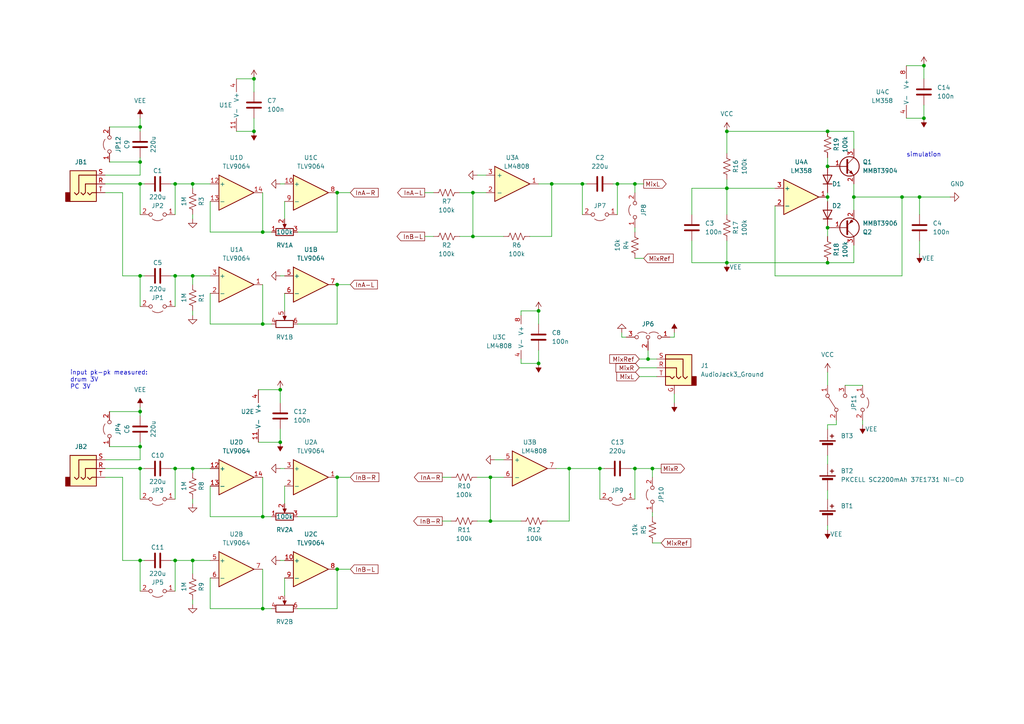
<source format=kicad_sch>
(kicad_sch (version 20230121) (generator eeschema)
  (paper "A4")
  (lib_symbols
    (symbol "Amplifier_Audio:LM4808"
      (property "Reference" "U3" (at 1.27 7.62 0))
      (property "Value" "~" (at 0 10.16 0))
      (symbol "LM4808_1_1"
        (pin output line (at 8.89 0 180) (length 2.54) (name "") (number "1"))
        (pin input line (at -6.35 -2.54 0) (length 2.54) (name "-") (number "2"))
        (pin input line (at -6.35 2.54 0) (length 2.54) (name "+") (number "3"))
      )
      (symbol "LM4808_2_1"
        (pin input line (at -6.35 2.54 0) (length 2.54) (name "+") (number "5"))
        (pin input line (at -6.35 -2.54 0) (length 2.54) (name "-") (number "6"))
        (pin output line (at 8.89 0 180) (length 2.54) (name "") (number "7"))
      )
      (symbol "LM4808_3_1"
        (pin power_in line (at 0 -6.35 90) (length 2.54) (name "V-") (number "4"))
        (pin power_in line (at 0 6.35 270) (length 2.54) (name "V+") (number "8"))
      )
    )
    (symbol "Amplifier_Operational:LM358" (pin_names (offset 0.127))
      (property "Reference" "U" (at 0 5.08 0))
      (property "Value" "LM358" (at 0 -5.08 0))
      (symbol "LM358_1_1"
        (pin output line (at 7.62 0 180) (length 2.54) (name "~") (number "1"))
        (pin input line (at -7.62 -2.54 0) (length 2.54) (name "-") (number "2"))
        (pin input line (at -7.62 2.54 0) (length 2.54) (name "+") (number "3"))
      )
      (symbol "LM358_2_1"
        (pin input line (at -7.62 2.54 0) (length 2.54) (name "+") (number "5"))
        (pin input line (at -7.62 -2.54 0) (length 2.54) (name "-") (number "6"))
        (pin output line (at 7.62 0 180) (length 2.54) (name "~") (number "7"))
      )
      (symbol "LM358_3_1"
        (pin power_in line (at -2.54 -7.62 90) (length 3.81) (name "V-") (number "4"))
        (pin power_in line (at -2.54 7.62 270) (length 3.81) (name "V+") (number "8"))
      )
    )
    (symbol "Amplifier_Operational:TLV9064" (pin_names (offset 0.127))
      (property "Reference" "U" (at 0 5.08 0))
      (property "Value" "TLV9064" (at 0 -5.08 0))
      (symbol "TLV9064_1_1"
        (pin output line (at 7.62 0 180) (length 2.54) (name "~") (number "1"))
        (pin input line (at -7.62 -2.54 0) (length 2.54) (name "-") (number "2"))
        (pin input line (at -7.62 2.54 0) (length 2.54) (name "+") (number "3"))
      )
      (symbol "TLV9064_2_1"
        (pin input line (at -7.62 2.54 0) (length 2.54) (name "+") (number "5"))
        (pin input line (at -7.62 -2.54 0) (length 2.54) (name "-") (number "6"))
        (pin output line (at 7.62 0 180) (length 2.54) (name "~") (number "7"))
      )
      (symbol "TLV9064_3_1"
        (pin input line (at -7.62 2.54 0) (length 2.54) (name "+") (number "10"))
        (pin output line (at 7.62 0 180) (length 2.54) (name "~") (number "8"))
        (pin input line (at -7.62 -2.54 0) (length 2.54) (name "-") (number "9"))
      )
      (symbol "TLV9064_4_1"
        (pin input line (at -7.62 2.54 0) (length 2.54) (name "+") (number "12"))
        (pin input line (at -7.62 -2.54 0) (length 2.54) (name "-") (number "13"))
        (pin output line (at 7.62 0 180) (length 2.54) (name "~") (number "14"))
      )
      (symbol "TLV9064_5_1"
        (pin power_in line (at -2.54 -7.62 90) (length 3.81) (name "V-") (number "11"))
        (pin power_in line (at -2.54 7.62 270) (length 3.81) (name "V+") (number "4"))
      )
    )
    (symbol "Connector:AudioJack3"
      (property "Reference" "J" (at 0 8.89 0))
      (property "Value" "AudioJack3" (at 0 6.35 0))
      (symbol "AudioJack3_1_1"
        (pin passive line (at 5.08 0 180) (length 2.54) (name "~") (number "R"))
        (pin passive line (at 5.08 2.54 180) (length 2.54) (name "~") (number "S"))
        (pin passive line (at 5.08 -2.54 180) (length 2.54) (name "~") (number "T"))
      )
    )
    (symbol "Connector_Audio:AudioJack3_Ground"
      (property "Reference" "J" (at 0 8.89 0))
      (property "Value" "AudioJack3_Ground" (at 0 6.35 0))
      (symbol "AudioJack3_Ground_1_1"
        (pin passive line (at 0 -7.62 90) (length 2.54) (name "~") (number "G"))
        (pin passive line (at 5.08 0 180) (length 2.54) (name "~") (number "R"))
        (pin passive line (at 5.08 2.54 180) (length 2.54) (name "~") (number "S"))
        (pin passive line (at 5.08 -2.54 180) (length 2.54) (name "~") (number "T"))
      )
    )
    (symbol "Device:Battery_Cell" (pin_numbers hide) (pin_names (offset 0) hide)
      (property "Reference" "BT" (at 2.54 2.54 0))
      (property "Value" "Battery_Cell" (at 2.54 0 0))
      (symbol "Battery_Cell_1_1"
        (pin passive line (at 0 5.08 270) (length 2.54) (name "+") (number "1"))
        (pin passive line (at 0 -2.54 90) (length 2.54) (name "-") (number "2"))
      )
    )
    (symbol "Device:C" (pin_numbers hide) (pin_names (offset 0.254))
      (property "Reference" "C" (at 0.635 2.54 0))
      (property "Value" "C" (at 0.635 -2.54 0))
      (symbol "C_1_1"
        (pin passive line (at 0 3.81 270) (length 2.794) (name "~") (number "1"))
        (pin passive line (at 0 -3.81 90) (length 2.794) (name "~") (number "2"))
      )
    )
    (symbol "Device:R_Potentiometer_Dual_Separate" (pin_names (offset 1.016) hide)
      (property "Reference" "RV" (at -4.445 0 90))
      (property "Value" "R_Potentiometer_Dual_Separate" (at -2.54 0 90))
      (symbol "R_Potentiometer_Dual_Separate_1_1"
        (pin passive line (at 0 3.81 270) (length 1.27) (name "1") (number "1"))
        (pin passive line (at 3.81 0 180) (length 1.27) (name "2") (number "2"))
        (pin passive line (at 0 -3.81 90) (length 1.27) (name "3") (number "3"))
      )
      (symbol "R_Potentiometer_Dual_Separate_2_1"
        (pin passive line (at 0 3.81 270) (length 1.27) (name "4") (number "4"))
        (pin passive line (at 3.81 0 180) (length 1.27) (name "5") (number "5"))
        (pin passive line (at 0 -3.81 90) (length 1.27) (name "6") (number "6"))
      )
    )
    (symbol "Device:R_US" (pin_numbers hide) (pin_names (offset 0))
      (property "Reference" "R" (at 2.54 0 90))
      (property "Value" "R_US" (at -2.54 0 90))
      (symbol "R_US_1_1"
        (pin passive line (at 0 3.81 270) (length 1.27) (name "~") (number "1"))
        (pin passive line (at 0 -3.81 90) (length 1.27) (name "~") (number "2"))
      )
    )
    (symbol "Diode:1N4148" (pin_numbers hide) (pin_names hide)
      (property "Reference" "D" (at 0 2.54 0))
      (property "Value" "1N4148" (at 0 -2.54 0))
      (symbol "1N4148_1_1"
        (pin passive line (at -3.81 0 0) (length 2.54) (name "K") (number "1"))
        (pin passive line (at 3.81 0 180) (length 2.54) (name "A") (number "2"))
      )
    )
    (symbol "Jumper:Jumper_2_Open" (pin_names (offset 0) hide)
      (property "Reference" "JP" (at 0 2.794 0))
      (property "Value" "Jumper_2_Open" (at 0 -2.286 0))
      (symbol "Jumper_2_Open_1_1"
        (pin passive line (at -5.08 0 0) (length 2.54) (name "A") (number "1"))
        (pin passive line (at 5.08 0 180) (length 2.54) (name "B") (number "2"))
      )
    )
    (symbol "Jumper:Jumper_3_Open" (pin_names (offset 0) hide)
      (property "Reference" "JP" (at -2.54 -2.54 0))
      (property "Value" "Jumper_3_Open" (at 0 2.794 0))
      (symbol "Jumper_3_Open_1_1"
        (pin passive line (at -6.35 0 0) (length 2.54) (name "A") (number "1"))
        (pin passive line (at 0 -3.81 90) (length 2.54) (name "C") (number "2"))
        (pin passive line (at 6.35 0 180) (length 2.54) (name "B") (number "3"))
      )
    )
    (symbol "LM4808_1"
      (property "Reference" "U3" (at 1.27 7.62 0))
      (property "Value" "~" (at 0 10.16 0))
      (symbol "LM4808_1_1_1"
        (pin output line (at 8.89 0 180) (length 2.54) (name "") (number "1"))
        (pin input line (at -6.35 -2.54 0) (length 2.54) (name "-") (number "2"))
        (pin input line (at -6.35 2.54 0) (length 2.54) (name "+") (number "3"))
      )
      (symbol "LM4808_1_2_1"
        (pin input line (at -6.35 2.54 0) (length 2.54) (name "+") (number "5"))
        (pin input line (at -6.35 -2.54 0) (length 2.54) (name "-") (number "6"))
        (pin output line (at 8.89 0 180) (length 2.54) (name "") (number "7"))
      )
      (symbol "LM4808_1_3_1"
        (pin power_in line (at 0 -6.35 90) (length 2.54) (name "V-") (number "4"))
        (pin power_in line (at 0 6.35 270) (length 2.54) (name "V+") (number "8"))
      )
    )
    (symbol "LM4808_2"
      (property "Reference" "U3" (at 1.27 7.62 0))
      (property "Value" "~" (at 0 10.16 0))
      (symbol "LM4808_2_1_1"
        (pin output line (at 8.89 0 180) (length 2.54) (name "") (number "1"))
        (pin input line (at -6.35 -2.54 0) (length 2.54) (name "-") (number "2"))
        (pin input line (at -6.35 2.54 0) (length 2.54) (name "+") (number "3"))
      )
      (symbol "LM4808_2_2_1"
        (pin input line (at -6.35 2.54 0) (length 2.54) (name "+") (number "5"))
        (pin input line (at -6.35 -2.54 0) (length 2.54) (name "-") (number "6"))
        (pin output line (at 8.89 0 180) (length 2.54) (name "") (number "7"))
      )
      (symbol "LM4808_2_3_1"
        (pin power_in line (at 0 -6.35 90) (length 2.54) (name "V-") (number "4"))
        (pin power_in line (at 0 6.35 270) (length 2.54) (name "V+") (number "8"))
      )
    )
    (symbol "Switch:SW_SPDT" (pin_names (offset 0) hide)
      (property "Reference" "SW" (at 0 4.318 0))
      (property "Value" "SW_SPDT" (at 0 -5.08 0))
      (symbol "SW_SPDT_1_1"
        (pin passive line (at 5.08 2.54 180) (length 2.54) (name "A") (number "1"))
        (pin passive line (at -5.08 0 0) (length 2.54) (name "B") (number "2"))
        (pin passive line (at 5.08 -2.54 180) (length 2.54) (name "C") (number "3"))
      )
    )
    (symbol "Transistor_BJT:MMBT3904" (pin_names (offset 0) hide)
      (property "Reference" "Q" (at 5.08 1.905 0))
      (property "Value" "MMBT3904" (at 5.08 0 0))
      (symbol "MMBT3904_1_1"
        (pin input line (at -5.08 0 0) (length 5.715) (name "B") (number "1"))
        (pin passive line (at 2.54 -5.08 90) (length 2.54) (name "E") (number "2"))
        (pin passive line (at 2.54 5.08 270) (length 2.54) (name "C") (number "3"))
      )
    )
    (symbol "Transistor_BJT:MMBT3906" (pin_names (offset 0) hide)
      (property "Reference" "Q" (at 5.08 1.905 0))
      (property "Value" "MMBT3906" (at 5.08 0 0))
      (symbol "MMBT3906_1_1"
        (pin input line (at -5.08 0 0) (length 5.715) (name "B") (number "1"))
        (pin passive line (at 2.54 -5.08 90) (length 2.54) (name "E") (number "2"))
        (pin passive line (at 2.54 5.08 270) (length 2.54) (name "C") (number "3"))
      )
    )
    (symbol "power:GND" (power) (pin_names (offset 0))
      (property "Value" "GND" (at 0 -3.81 0))
      (symbol "GND_1_1"
        (pin power_in line (at 0 0 270) (length 0) hide (name "GND") (number "1"))
      )
    )
    (symbol "power:VCC" (power) (pin_names (offset 0))
      (property "Value" "VCC" (at 0 3.81 0))
      (symbol "VCC_1_1"
        (pin power_in line (at 0 0 90) (length 0) hide (name "VCC") (number "1"))
      )
    )
    (symbol "power:VEE" (power) (pin_names (offset 0))
      (property "Value" "VEE" (at 0 3.81 0))
      (symbol "VEE_1_1"
        (pin power_in line (at 0 0 90) (length 0) hide (name "VEE") (number "1"))
      )
    )
  )
  (junction (at 97.79 55.88))
  (junction (at 76.2 176.53))
  (junction (at 81.28 113.03))
  (junction (at 240.03 66.04))
  (junction (at 187.96 104.14))
  (junction (at 173.99 135.89))
  (junction (at 40.64 80.01))
  (junction (at 210.82 38.1))
  (junction (at 165.1 135.89))
  (junction (at 156.21 105.41))
  (junction (at 160.02 53.34))
  (junction (at 267.97 19.05))
  (junction (at 40.64 46.99))
  (junction (at 240.03 48.26))
  (junction (at 40.64 53.34))
  (junction (at 97.79 165.1))
  (junction (at 179.07 53.34))
  (junction (at 240.03 38.1))
  (junction (at 261.62 57.15))
  (junction (at 184.15 53.34))
  (junction (at 137.16 55.88))
  (junction (at 240.03 57.15))
  (junction (at 168.91 53.34))
  (junction (at 40.64 162.56))
  (junction (at 189.23 135.89))
  (junction (at 156.21 90.17))
  (junction (at 55.88 80.01))
  (junction (at 240.03 76.2))
  (junction (at 81.28 128.27))
  (junction (at 76.2 93.98))
  (junction (at 40.64 135.89))
  (junction (at 73.66 22.86))
  (junction (at 50.8 53.34))
  (junction (at 142.24 138.43))
  (junction (at 184.15 135.89))
  (junction (at 76.2 67.31))
  (junction (at 40.64 36.83))
  (junction (at 76.2 149.86))
  (junction (at 266.7 57.15))
  (junction (at 73.66 38.1))
  (junction (at 50.8 80.01))
  (junction (at 267.97 34.29))
  (junction (at 55.88 162.56))
  (junction (at 210.82 76.2))
  (junction (at 40.64 129.54))
  (junction (at 50.8 162.56))
  (junction (at 247.65 57.15))
  (junction (at 97.79 138.43))
  (junction (at 55.88 135.89))
  (junction (at 50.8 135.89))
  (junction (at 40.64 119.38))
  (junction (at 97.79 82.55))
  (junction (at 137.16 68.58))
  (junction (at 210.82 54.61))
  (junction (at 55.88 53.34))
  (junction (at 142.24 151.13))
  (wire (pts (xy 60.96 176.53) (xy 60.96 167.64)))
  (wire (pts (xy 40.64 162.56) (xy 41.91 162.56)))
  (wire (pts (xy 97.79 165.1) (xy 97.79 176.53)))
  (wire (pts (xy 158.75 151.13) (xy 165.1 151.13)))
  (wire (pts (xy 137.16 55.88) (xy 140.97 55.88)))
  (wire (pts (xy 153.67 68.58) (xy 160.02 68.58)))
  (wire (pts (xy 40.64 36.83) (xy 40.64 38.1)))
  (wire (pts (xy 73.66 22.86) (xy 73.66 26.67)))
  (wire (pts (xy 142.24 138.43) (xy 142.24 151.13)))
  (wire (pts (xy 35.56 55.88) (xy 30.48 55.88)))
  (wire (pts (xy 240.03 142.24) (xy 240.03 144.78)))
  (wire (pts (xy 50.8 135.89) (xy 55.88 135.89)))
  (wire (pts (xy 55.88 162.56) (xy 60.96 162.56)))
  (wire (pts (xy 50.8 135.89) (xy 50.8 144.78)))
  (wire (pts (xy 97.79 138.43) (xy 101.6 138.43)))
  (wire (pts (xy 156.21 90.17) (xy 151.13 90.17)))
  (wire (pts (xy 82.55 167.64) (xy 82.55 172.72)))
  (wire (pts (xy 97.79 67.31) (xy 97.79 55.88)))
  (wire (pts (xy 189.23 135.89) (xy 191.77 135.89)))
  (wire (pts (xy 35.56 55.88) (xy 35.56 80.01)))
  (wire (pts (xy 40.64 50.8) (xy 40.64 46.99)))
  (wire (pts (xy 168.91 62.23) (xy 168.91 53.34)))
  (wire (pts (xy 81.28 124.46) (xy 81.28 128.27)))
  (wire (pts (xy 73.66 34.29) (xy 73.66 38.1)))
  (wire (pts (xy 200.66 62.23) (xy 200.66 54.61)))
  (wire (pts (xy 210.82 38.1) (xy 210.82 44.45)))
  (wire (pts (xy 247.65 38.1) (xy 240.03 38.1)))
  (wire (pts (xy 50.8 80.01) (xy 55.88 80.01)))
  (wire (pts (xy 40.64 119.38) (xy 40.64 120.65)))
  (wire (pts (xy 81.28 116.84) (xy 81.28 113.03)))
  (wire (pts (xy 240.03 123.19) (xy 240.03 124.46)))
  (wire (pts (xy 224.79 59.69) (xy 224.79 80.01)))
  (wire (pts (xy 40.64 129.54) (xy 40.64 128.27)))
  (wire (pts (xy 184.15 135.89) (xy 189.23 135.89)))
  (wire (pts (xy 128.27 138.43) (xy 130.81 138.43)))
  (wire (pts (xy 187.96 104.14) (xy 190.5 104.14)))
  (wire (pts (xy 76.2 176.53) (xy 60.96 176.53)))
  (wire (pts (xy 156.21 101.6) (xy 156.21 105.41)))
  (wire (pts (xy 50.8 162.56) (xy 50.8 171.45)))
  (wire (pts (xy 40.64 135.89) (xy 40.64 144.78)))
  (wire (pts (xy 137.16 68.58) (xy 146.05 68.58)))
  (wire (pts (xy 55.88 175.26) (xy 55.88 173.99)))
  (wire (pts (xy 224.79 80.01) (xy 261.62 80.01)))
  (wire (pts (xy 55.88 53.34) (xy 55.88 54.61)))
  (wire (pts (xy 240.03 107.95) (xy 240.03 111.76)))
  (wire (pts (xy 210.82 69.85) (xy 210.82 76.2)))
  (wire (pts (xy 245.11 111.76) (xy 250.19 111.76)))
  (wire (pts (xy 82.55 85.09) (xy 82.55 90.17)))
  (wire (pts (xy 30.48 53.34) (xy 40.64 53.34)))
  (wire (pts (xy 50.8 53.34) (xy 55.88 53.34)))
  (wire (pts (xy 35.56 162.56) (xy 40.64 162.56)))
  (wire (pts (xy 40.64 34.29) (xy 40.64 36.83)))
  (wire (pts (xy 168.91 53.34) (xy 170.18 53.34)))
  (wire (pts (xy 40.64 80.01) (xy 41.91 80.01)))
  (wire (pts (xy 267.97 30.48) (xy 267.97 34.29)))
  (wire (pts (xy 185.42 106.68) (xy 190.5 106.68)))
  (wire (pts (xy 261.62 80.01) (xy 261.62 57.15)))
  (wire (pts (xy 55.88 63.5) (xy 55.88 62.23)))
  (wire (pts (xy 138.43 50.8) (xy 140.97 50.8)))
  (wire (pts (xy 173.99 144.78) (xy 173.99 135.89)))
  (wire (pts (xy 210.82 38.1) (xy 240.03 38.1)))
  (wire (pts (xy 194.31 97.79) (xy 195.58 97.79)))
  (wire (pts (xy 200.66 54.61) (xy 210.82 54.61)))
  (wire (pts (xy 81.28 162.56) (xy 82.55 162.56)))
  (wire (pts (xy 49.53 80.01) (xy 50.8 80.01)))
  (wire (pts (xy 76.2 93.98) (xy 78.74 93.98)))
  (wire (pts (xy 184.15 66.04) (xy 184.15 67.31)))
  (wire (pts (xy 82.55 140.97) (xy 82.55 146.05)))
  (wire (pts (xy 40.64 162.56) (xy 40.64 171.45)))
  (wire (pts (xy 40.64 46.99) (xy 40.64 45.72)))
  (wire (pts (xy 31.75 36.83) (xy 40.64 36.83)))
  (wire (pts (xy 60.96 93.98) (xy 60.96 85.09)))
  (wire (pts (xy 31.75 129.54) (xy 40.64 129.54)))
  (wire (pts (xy 40.64 62.23) (xy 40.64 53.34)))
  (wire (pts (xy 76.2 67.31) (xy 60.96 67.31)))
  (wire (pts (xy 177.8 53.34) (xy 179.07 53.34)))
  (wire (pts (xy 123.19 55.88) (xy 125.73 55.88)))
  (wire (pts (xy 143.51 133.35) (xy 146.05 133.35)))
  (wire (pts (xy 182.88 135.89) (xy 184.15 135.89)))
  (wire (pts (xy 210.82 76.2) (xy 240.03 76.2)))
  (wire (pts (xy 55.88 53.34) (xy 60.96 53.34)))
  (wire (pts (xy 49.53 162.56) (xy 50.8 162.56)))
  (wire (pts (xy 267.97 34.29) (xy 262.89 34.29)))
  (wire (pts (xy 55.88 91.44) (xy 55.88 90.17)))
  (wire (pts (xy 173.99 135.89) (xy 175.26 135.89)))
  (wire (pts (xy 76.2 165.1) (xy 76.2 176.53)))
  (wire (pts (xy 180.34 97.79) (xy 180.34 96.52)))
  (wire (pts (xy 55.88 137.16) (xy 55.88 135.89)))
  (wire (pts (xy 128.27 151.13) (xy 130.81 151.13)))
  (wire (pts (xy 55.88 135.89) (xy 60.96 135.89)))
  (wire (pts (xy 40.64 53.34) (xy 41.91 53.34)))
  (wire (pts (xy 86.36 149.86) (xy 97.79 149.86)))
  (wire (pts (xy 200.66 69.85) (xy 200.66 76.2)))
  (wire (pts (xy 76.2 149.86) (xy 60.96 149.86)))
  (wire (pts (xy 55.88 80.01) (xy 55.88 82.55)))
  (wire (pts (xy 195.58 97.79) (xy 195.58 96.52)))
  (wire (pts (xy 267.97 19.05) (xy 262.89 19.05)))
  (wire (pts (xy 30.48 133.35) (xy 40.64 133.35)))
  (wire (pts (xy 185.42 104.14) (xy 187.96 104.14)))
  (wire (pts (xy 60.96 67.31) (xy 60.96 58.42)))
  (wire (pts (xy 250.19 121.92) (xy 250.19 123.19)))
  (wire (pts (xy 55.88 80.01) (xy 60.96 80.01)))
  (wire (pts (xy 81.28 80.01) (xy 82.55 80.01)))
  (wire (pts (xy 247.65 57.15) (xy 261.62 57.15)))
  (wire (pts (xy 76.2 93.98) (xy 60.96 93.98)))
  (wire (pts (xy 160.02 68.58) (xy 160.02 53.34)))
  (wire (pts (xy 31.75 46.99) (xy 40.64 46.99)))
  (wire (pts (xy 81.28 53.34) (xy 82.55 53.34)))
  (wire (pts (xy 97.79 55.88) (xy 101.6 55.88)))
  (wire (pts (xy 240.03 57.15) (xy 240.03 58.42)))
  (wire (pts (xy 97.79 165.1) (xy 101.6 165.1)))
  (wire (pts (xy 160.02 53.34) (xy 168.91 53.34)))
  (wire (pts (xy 165.1 135.89) (xy 173.99 135.89)))
  (wire (pts (xy 97.79 82.55) (xy 97.79 93.98)))
  (wire (pts (xy 240.03 55.88) (xy 240.03 57.15)))
  (wire (pts (xy 185.42 109.22) (xy 190.5 109.22)))
  (wire (pts (xy 179.07 53.34) (xy 179.07 62.23)))
  (wire (pts (xy 30.48 50.8) (xy 40.64 50.8)))
  (wire (pts (xy 240.03 66.04) (xy 240.03 68.58)))
  (wire (pts (xy 267.97 19.05) (xy 267.97 22.86)))
  (wire (pts (xy 210.82 54.61) (xy 224.79 54.61)))
  (wire (pts (xy 240.03 132.08) (xy 240.03 134.62)))
  (wire (pts (xy 242.57 121.92) (xy 242.57 123.19)))
  (wire (pts (xy 142.24 151.13) (xy 151.13 151.13)))
  (wire (pts (xy 195.58 116.84) (xy 195.58 114.3)))
  (wire (pts (xy 189.23 135.89) (xy 189.23 138.43)))
  (wire (pts (xy 40.64 80.01) (xy 40.64 88.9)))
  (wire (pts (xy 97.79 149.86) (xy 97.79 138.43)))
  (wire (pts (xy 76.2 176.53) (xy 78.74 176.53)))
  (wire (pts (xy 86.36 67.31) (xy 97.79 67.31)))
  (wire (pts (xy 76.2 138.43) (xy 76.2 149.86)))
  (wire (pts (xy 266.7 73.66) (xy 266.7 69.85)))
  (wire (pts (xy 30.48 135.89) (xy 40.64 135.89)))
  (wire (pts (xy 35.56 138.43) (xy 35.56 162.56)))
  (wire (pts (xy 210.82 52.07) (xy 210.82 54.61)))
  (wire (pts (xy 181.61 97.79) (xy 180.34 97.79)))
  (wire (pts (xy 240.03 153.67) (xy 240.03 152.4)))
  (wire (pts (xy 97.79 82.55) (xy 101.6 82.55)))
  (wire (pts (xy 142.24 138.43) (xy 146.05 138.43)))
  (wire (pts (xy 160.02 53.34) (xy 156.21 53.34)))
  (wire (pts (xy 31.75 119.38) (xy 40.64 119.38)))
  (wire (pts (xy 133.35 68.58) (xy 137.16 68.58)))
  (wire (pts (xy 138.43 138.43) (xy 142.24 138.43)))
  (wire (pts (xy 266.7 57.15) (xy 275.59 57.15)))
  (wire (pts (xy 82.55 58.42) (xy 82.55 63.5)))
  (wire (pts (xy 165.1 151.13) (xy 165.1 135.89)))
  (wire (pts (xy 137.16 55.88) (xy 137.16 68.58)))
  (wire (pts (xy 189.23 157.48) (xy 191.77 157.48)))
  (wire (pts (xy 165.1 135.89) (xy 161.29 135.89)))
  (wire (pts (xy 261.62 57.15) (xy 266.7 57.15)))
  (wire (pts (xy 40.64 135.89) (xy 41.91 135.89)))
  (wire (pts (xy 73.66 22.86) (xy 68.58 22.86)))
  (wire (pts (xy 40.64 133.35) (xy 40.64 129.54)))
  (wire (pts (xy 81.28 135.89) (xy 82.55 135.89)))
  (wire (pts (xy 247.65 53.34) (xy 247.65 57.15)))
  (wire (pts (xy 76.2 82.55) (xy 76.2 93.98)))
  (wire (pts (xy 156.21 105.41) (xy 151.13 105.41)))
  (wire (pts (xy 73.66 38.1) (xy 68.58 38.1)))
  (wire (pts (xy 50.8 162.56) (xy 55.88 162.56)))
  (wire (pts (xy 247.65 57.15) (xy 247.65 60.96)))
  (wire (pts (xy 266.7 62.23) (xy 266.7 57.15)))
  (wire (pts (xy 240.03 45.72) (xy 240.03 48.26)))
  (wire (pts (xy 49.53 135.89) (xy 50.8 135.89)))
  (wire (pts (xy 200.66 76.2) (xy 210.82 76.2)))
  (wire (pts (xy 133.35 55.88) (xy 137.16 55.88)))
  (wire (pts (xy 76.2 55.88) (xy 76.2 67.31)))
  (wire (pts (xy 184.15 53.34) (xy 184.15 55.88)))
  (wire (pts (xy 55.88 146.05) (xy 55.88 144.78)))
  (wire (pts (xy 156.21 90.17) (xy 156.21 93.98)))
  (wire (pts (xy 184.15 53.34) (xy 186.69 53.34)))
  (wire (pts (xy 81.28 128.27) (xy 74.93 128.27)))
  (wire (pts (xy 179.07 53.34) (xy 184.15 53.34)))
  (wire (pts (xy 210.82 54.61) (xy 210.82 62.23)))
  (wire (pts (xy 60.96 149.86) (xy 60.96 140.97)))
  (wire (pts (xy 247.65 71.12) (xy 247.65 76.2)))
  (wire (pts (xy 247.65 43.18) (xy 247.65 38.1)))
  (wire (pts (xy 151.13 104.14) (xy 151.13 105.41)))
  (wire (pts (xy 76.2 67.31) (xy 78.74 67.31)))
  (wire (pts (xy 81.28 113.03) (xy 74.93 113.03)))
  (wire (pts (xy 151.13 90.17) (xy 151.13 91.44)))
  (wire (pts (xy 49.53 53.34) (xy 50.8 53.34)))
  (wire (pts (xy 189.23 148.59) (xy 189.23 149.86)))
  (wire (pts (xy 184.15 74.93) (xy 186.69 74.93)))
  (wire (pts (xy 50.8 80.01) (xy 50.8 88.9)))
  (wire (pts (xy 55.88 162.56) (xy 55.88 166.37)))
  (wire (pts (xy 138.43 151.13) (xy 142.24 151.13)))
  (wire (pts (xy 76.2 149.86) (xy 78.74 149.86)))
  (wire (pts (xy 242.57 123.19) (xy 240.03 123.19)))
  (wire (pts (xy 86.36 93.98) (xy 97.79 93.98)))
  (wire (pts (xy 35.56 138.43) (xy 30.48 138.43)))
  (wire (pts (xy 50.8 62.23) (xy 50.8 53.34)))
  (wire (pts (xy 247.65 76.2) (xy 240.03 76.2)))
  (wire (pts (xy 86.36 176.53) (xy 97.79 176.53)))
  (wire (pts (xy 123.19 68.58) (xy 125.73 68.58)))
  (wire (pts (xy 187.96 101.6) (xy 187.96 104.14)))
  (wire (pts (xy 35.56 80.01) (xy 40.64 80.01)))
  (wire (pts (xy 184.15 135.89) (xy 184.15 144.78)))
  (wire (pts (xy 40.64 118.11) (xy 40.64 119.38)))
  (text "simulation" (at 262.89 45.72 0) (effects (font (size 1.27 1.27)) (justify left bottom)))
  (text "input pk-pk measured:\ndrum 3V\nPC 3V" (at 20.32 113.03 0) (effects (font (size 1.27 1.27)) (justify left bottom)))
  (global_label "MixRef" (shape input) (at 186.69 74.93 0) (property "Intersheetrefs" "${INTERSHEET_REFS}" (at 195.8438 74.93 0) (effects (justify left))))
  (global_label "InA-L" (shape output) (at 123.19 55.88 180) (property "Intersheetrefs" "${INTERSHEET_REFS}" (at 114.7619 55.88 0) (effects (justify right))))
  (global_label "InA-R" (shape output) (at 128.27 138.43 180) (property "Intersheetrefs" "${INTERSHEET_REFS}" (at 119.6 138.43 0) (effects (justify right))))
  (global_label "InB-R" (shape input) (at 101.6 138.43 0) (property "Intersheetrefs" "${INTERSHEET_REFS}" (at 110.4514 138.43 0) (effects (justify left))))
  (global_label "InB-L" (shape input) (at 101.6 165.1 0) (property "Intersheetrefs" "${INTERSHEET_REFS}" (at 110.2095 165.1 0) (effects (justify left))))
  (global_label "MixL" (shape output) (at 186.69 53.34 0) (property "Intersheetrefs" "${INTERSHEET_REFS}" (at 193.7876 53.34 0) (effects (justify left))))
  (global_label "MixR" (shape output) (at 191.77 135.89 0) (property "Intersheetrefs" "${INTERSHEET_REFS}" (at 199.1095 135.89 0) (effects (justify left))))
  (global_label "InB-R" (shape output) (at 128.27 151.13 180) (property "Intersheetrefs" "${INTERSHEET_REFS}" (at 119.4186 151.13 0) (effects (justify right))))
  (global_label "MixRef" (shape input) (at 185.42 104.14 180) (property "Intersheetrefs" "${INTERSHEET_REFS}" (at 176.2662 104.14 0) (effects (justify right))))
  (global_label "InA-L" (shape input) (at 101.6 82.55 0) (property "Intersheetrefs" "${INTERSHEET_REFS}" (at 110.0281 82.55 0) (effects (justify left))))
  (global_label "MixR" (shape input) (at 185.42 106.68 180) (property "Intersheetrefs" "${INTERSHEET_REFS}" (at 178.6526 106.6006 0) (effects (justify right))))
  (global_label "InB-L" (shape output) (at 123.19 68.58 180) (property "Intersheetrefs" "${INTERSHEET_REFS}" (at 114.5805 68.58 0) (effects (justify right))))
  (global_label "InA-R" (shape input) (at 101.6 55.88 0) (property "Intersheetrefs" "${INTERSHEET_REFS}" (at 110.27 55.88 0) (effects (justify left))))
  (global_label "MixL" (shape input) (at 185.42 109.22 180) (property "Intersheetrefs" "${INTERSHEET_REFS}" (at 178.8945 109.1406 0) (effects (justify right))))
  (global_label "MixRef" (shape input) (at 191.77 157.48 0) (property "Intersheetrefs" "${INTERSHEET_REFS}" (at 200.9238 157.48 0) (effects (justify left))))
  (symbol (lib_id "Jumper:Jumper_2_Open") (at 45.72 62.23 180) (unit 1)
    (property "Reference" "JP2" (at 45.72 59.69 0))
    (property "Value" "Jumper_2_Open" (effects hide))
    (property "Footprint" "Connector_PinHeader_2.54mm:PinHeader_1x02_P2.54mm_Vertical" (effects hide))
  )
  (symbol (lib_id "Jumper:Jumper_2_Open") (at 31.75 124.46 90) (unit 1)
    (property "Reference" "JP4" (at 34.29 124.46 0))
    (property "Value" "Jumper_2_Open" (effects hide))
    (property "Footprint" "Connector_PinHeader_2.54mm:PinHeader_1x02_P2.54mm_Vertical" (effects hide))
  )
  (symbol (lib_id "power:GND") (at 180.34 96.52 180) (unit 1)
    (property "Reference" "#PWR08" (effects hide))
    (property "Value" "GND" (effects hide))
  )
  (symbol (lib_id "Amplifier_Operational:TLV9064") (at 71.12 30.48 0) (unit 5)
    (property "Reference" "U1" (at 63.5 30.48 0) (effects (justify left)))
    (property "Value" "TLV9064" (effects hide))
    (property "Footprint" "Package_SO:TSSOP-14_4.4x5mm_P0.65mm" (effects hide))
    (property "Datasheet" "https://www.ti.com/lit/ds/symlink/tlv9064.pdf" (effects hide))
  )
  (symbol (lib_id "Amplifier_Operational:TLV9064") (at 77.47 120.65 0) (unit 5)
    (property "Reference" "U2" (at 69.85 119.38 0) (effects (justify left)))
    (property "Value" "TLV9064" (effects hide))
    (property "Footprint" "Package_SO:TSSOP-14_4.4x5mm_P0.65mm" (effects hide))
    (property "Datasheet" "https://www.ti.com/lit/ds/symlink/tlv9064.pdf" (effects hide))
  )
  (symbol (lib_id "power:GND") (at 55.88 63.5 0) (unit 1)
    (property "Reference" "#PWR013" (effects hide))
    (property "Value" "GND" (effects hide))
  )
  (symbol (lib_id "power:GND") (at 143.51 133.35 270) (unit 1)
    (property "Reference" "#PWR031" (effects hide))
    (property "Value" "GND" (effects hide))
  )
  (symbol (lib_id "Connector:AudioJack3") (at 25.4 135.89 0) (unit 1)
    (property "Reference" "JB2" (at 23.495 129.54 0))
    (property "Value" "AudioJack3" (effects hide))
    (property "Footprint" "Connector_Audio:C18594" (effects hide))
  )
  (symbol (lib_id "Amplifier_Operational:TLV9064") (at 68.58 55.88 0) (unit 4)
    (property "Reference" "U1" (at 68.58 45.72 0))
    (property "Value" "TLV9064" (at 68.58 48.26 0))
    (property "Footprint" "Package_SO:TSSOP-14_4.4x5mm_P0.65mm" (effects hide))
    (property "Datasheet" "https://www.ti.com/lit/ds/symlink/tlv9064.pdf" (effects hide))
  )
  (symbol (lib_name "LM4808_1") (lib_id "Amplifier_Audio:LM4808") (at 152.4 135.89 0) (unit 2)
    (property "Reference" "U3" (at 153.67 128.27 0))
    (property "Value" "LM4808" (at 154.94 130.81 0))
    (property "Footprint" "Package_SO:SOIC-8_3.9x4.9mm_P1.27mm" (effects hide))
  )
  (symbol (lib_id "Device:C") (at 45.72 162.56 270) (unit 1)
    (property "Reference" "C11" (at 45.72 158.75 90))
    (property "Value" "220u" (at 45.72 166.37 90))
    (property "Footprint" "Capacitor_THT:CP_Radial_D5.0mm_P2.00mm" (effects hide))
  )
  (symbol (lib_id "Device:R_US") (at 134.62 151.13 90) (unit 1)
    (property "Reference" "R11" (at 134.62 153.67 90))
    (property "Value" "100k" (at 134.62 156.21 90))
    (property "Footprint" "Resistor_SMD:R_0805_2012Metric_Pad1.20x1.40mm_HandSolder" (effects hide))
  )
  (symbol (lib_id "Device:R_US") (at 210.82 48.26 180) (unit 1)
    (property "Reference" "R16" (at 213.36 48.26 90))
    (property "Value" "100k" (at 215.9 48.26 90))
    (property "Footprint" "Resistor_SMD:R_0805_2012Metric_Pad1.20x1.40mm_HandSolder" (effects hide))
  )
  (symbol (lib_id "Device:R_US") (at 55.88 140.97 180) (unit 1)
    (property "Reference" "R8" (at 58.42 140.97 90))
    (property "Value" "1M" (at 53.34 140.97 90))
    (property "Footprint" "Resistor_SMD:R_0805_2012Metric_Pad1.20x1.40mm_HandSolder" (effects hide))
  )
  (symbol (lib_id "power:VCC") (at 267.97 19.05 0) (unit 1)
    (property "Reference" "#PWR026" (effects hide))
    (property "Value" "VCC" (effects hide))
  )
  (symbol (lib_id "Device:R_US") (at 184.15 71.12 0) (unit 1)
    (property "Reference" "R4" (at 181.61 71.12 90))
    (property "Value" "10k" (at 179.07 71.12 90))
    (property "Footprint" "Resistor_SMD:R_0805_2012Metric_Pad1.20x1.40mm_HandSolder" (effects hide))
  )
  (symbol (lib_id "Jumper:Jumper_3_Open") (at 187.96 97.79 0) (mirror y) (unit 1)
    (property "Reference" "JP6" (at 187.96 93.98 0))
    (property "Value" "Jumper_3_Open" (effects hide))
    (property "Footprint" "Connector_PinHeader_2.54mm:PinHeader_1x03_P2.54mm_Vertical" (effects hide))
  )
  (symbol (lib_id "Device:C") (at 45.72 135.89 270) (unit 1)
    (property "Reference" "C10" (at 45.72 132.08 90))
    (property "Value" "220u" (at 45.72 139.7 90))
    (property "Footprint" "Capacitor_THT:CP_Radial_D5.0mm_P2.00mm" (effects hide))
  )
  (symbol (lib_id "power:VCC") (at 156.21 90.17 0) (unit 1)
    (property "Reference" "#PWR017" (effects hide))
    (property "Value" "VCC" (effects hide))
  )
  (symbol (lib_id "Jumper:Jumper_2_Open") (at 45.72 171.45 180) (unit 1)
    (property "Reference" "JP5" (at 45.72 168.91 0))
    (property "Value" "Jumper_2_Open" (effects hide))
    (property "Footprint" "Connector_PinHeader_2.54mm:PinHeader_1x02_P2.54mm_Vertical" (effects hide))
  )
  (symbol (lib_id "Device:R_US") (at 129.54 55.88 90) (unit 1)
    (property "Reference" "R7" (at 129.54 58.42 90))
    (property "Value" "100k" (at 129.54 60.96 90))
    (property "Footprint" "Resistor_SMD:R_0805_2012Metric_Pad1.20x1.40mm_HandSolder" (effects hide))
  )
  (symbol (lib_id "Diode:1N4148") (at 240.03 52.07 90) (unit 1)
    (property "Reference" "D1" (at 241.3 53.34 90) (effects (justify right)))
    (property "Value" "1N4148" (effects hide))
    (property "Footprint" "Diode_SMD:D_SOD-123" (effects hide))
    (property "Datasheet" "https://assets.nexperia.com/documents/data-sheet/1N4148_1N4448.pdf" (effects hide))
    (property "Sim.Device" "D" (effects hide))
    (property "Sim.Pins" "1=K 2=A" (effects hide))
  )
  (symbol (lib_id "power:VCC") (at 73.66 22.86 0) (unit 1)
    (property "Reference" "#PWR04" (effects hide))
    (property "Value" "VCC" (effects hide))
  )
  (symbol (lib_id "Device:R_US") (at 240.03 41.91 180) (unit 1)
    (property "Reference" "R19" (at 242.57 41.91 90))
    (property "Value" "100k" (at 245.11 41.91 90))
    (property "Footprint" "Resistor_SMD:R_0805_2012Metric_Pad1.20x1.40mm_HandSolder" (effects hide))
  )
  (symbol (lib_id "power:VCC") (at 240.03 107.95 0) (unit 1)
    (property "Reference" "#PWR016" (effects hide))
    (property "Value" "VCC" (at 240.03 102.87 0))
  )
  (symbol (lib_id "Switch:SW_SPDT") (at 242.57 116.84 90) (unit 1)
    (property "Reference" "SW1" (effects hide))
    (property "Value" "SW_SPDT" (effects hide))
    (property "Footprint" "Button_Switch_SMD:C128955" (effects hide))
  )
  (symbol (lib_id "power:VEE") (at 240.03 153.67 180) (unit 1)
    (property "Reference" "#PWR014" (effects hide))
    (property "Value" "VEE" (at 242.57 154.94 0))
  )
  (symbol (lib_id "Device:R_US") (at 55.88 86.36 180) (unit 1)
    (property "Reference" "R1" (at 58.42 86.36 90))
    (property "Value" "1M" (at 53.34 86.36 90))
    (property "Footprint" "Resistor_SMD:R_0805_2012Metric_Pad1.20x1.40mm_HandSolder" (effects hide))
  )
  (symbol (lib_id "Device:C") (at 266.7 66.04 0) (unit 1)
    (property "Reference" "C4" (at 270.51 64.77 0) (effects (justify left)))
    (property "Value" "100n" (at 270.51 67.31 0) (effects (justify left)))
    (property "Footprint" "Capacitor_SMD:C_0603_1608Metric_Pad1.08x0.95mm_HandSolder" (effects hide))
  )
  (symbol (lib_id "Amplifier_Operational:TLV9064") (at 68.58 138.43 0) (unit 4)
    (property "Reference" "U2" (at 68.58 128.27 0))
    (property "Value" "TLV9064" (at 68.58 130.81 0))
    (property "Footprint" "Package_SO:TSSOP-14_4.4x5mm_P0.65mm" (effects hide))
    (property "Datasheet" "https://www.ti.com/lit/ds/symlink/tlv9064.pdf" (effects hide))
  )
  (symbol (lib_id "Jumper:Jumper_2_Open") (at 179.07 144.78 180) (unit 1)
    (property "Reference" "JP9" (at 179.07 142.24 0))
    (property "Value" "Jumper_2_Open" (effects hide))
    (property "Footprint" "Connector_PinHeader_2.54mm:PinHeader_1x02_P2.54mm_Vertical" (effects hide))
  )
  (symbol (lib_id "Device:C") (at 45.72 53.34 270) (unit 1)
    (property "Reference" "C1" (at 45.72 49.53 90))
    (property "Value" "220u" (at 45.72 57.15 90))
    (property "Footprint" "Capacitor_THT:CP_Radial_D5.0mm_P2.00mm" (effects hide))
  )
  (symbol (lib_id "Device:R_US") (at 134.62 138.43 90) (unit 1)
    (property "Reference" "R10" (at 134.62 140.97 90))
    (property "Value" "100k" (at 134.62 143.51 90))
    (property "Footprint" "Resistor_SMD:R_0805_2012Metric_Pad1.20x1.40mm_HandSolder" (effects hide))
  )
  (symbol (lib_id "Device:R_US") (at 154.94 151.13 90) (unit 1)
    (property "Reference" "R12" (at 154.94 153.67 90))
    (property "Value" "100k" (at 154.94 156.21 90))
    (property "Footprint" "Resistor_SMD:R_0805_2012Metric_Pad1.20x1.40mm_HandSolder" (effects hide))
  )
  (symbol (lib_id "power:GND") (at 275.59 57.15 90) (unit 1)
    (property "Reference" "#PWR021" (effects hide))
    (property "Value" "GND" (at 275.59 53.34 90) (effects (justify right)))
  )
  (symbol (lib_id "Jumper:Jumper_2_Open") (at 173.99 62.23 180) (unit 1)
    (property "Reference" "JP7" (at 173.99 59.69 0))
    (property "Value" "Jumper_2_Open" (effects hide))
    (property "Footprint" "Connector_PinHeader_2.54mm:PinHeader_1x02_P2.54mm_Vertical" (effects hide))
  )
  (symbol (lib_id "Amplifier_Operational:TLV9064") (at 68.58 82.55 0) (unit 1)
    (property "Reference" "U1" (at 68.58 72.39 0))
    (property "Value" "TLV9064" (at 68.58 74.93 0))
    (property "Footprint" "Package_SO:TSSOP-14_4.4x5mm_P0.65mm" (effects hide))
    (property "Datasheet" "https://www.ti.com/lit/ds/symlink/tlv9064.pdf" (effects hide))
  )
  (symbol (lib_id "Device:C") (at 40.64 124.46 0) (unit 1)
    (property "Reference" "C6" (at 36.83 124.46 90))
    (property "Value" "220u" (at 44.45 124.46 90))
    (property "Footprint" "Capacitor_THT:CP_Radial_D5.0mm_P2.00mm" (effects hide))
  )
  (symbol (lib_id "Amplifier_Operational:LM358") (at 265.43 26.67 0) (unit 3)
    (property "Reference" "U4" (at 254 26.67 0) (effects (justify left)))
    (property "Value" "LM358" (at 252.73 29.21 0) (effects (justify left)))
    (property "Footprint" "Package_SO:SOIC-8_3.9x4.9mm_P1.27mm" (effects hide))
    (property "Datasheet" "http://www.ti.com/lit/ds/symlink/lm2904-n.pdf" (effects hide))
  )
  (symbol (lib_id "Connector:AudioJack3") (at 25.4 53.34 0) (unit 1)
    (property "Reference" "JB1" (at 23.495 46.99 0))
    (property "Value" "AudioJack3" (effects hide))
    (property "Footprint" "Connector_Audio:C18594" (effects hide))
  )
  (symbol (lib_id "Device:C") (at 173.99 53.34 90) (unit 1)
    (property "Reference" "C2" (at 173.99 45.72 90))
    (property "Value" "220u" (at 173.99 48.26 90))
    (property "Footprint" "Capacitor_THT:CP_Radial_D5.0mm_P2.00mm" (effects hide))
  )
  (symbol (lib_id "power:VEE") (at 195.58 116.84 0) (mirror x) (unit 1)
    (property "Reference" "#PWR029" (effects hide))
    (property "Value" "VEE" (effects hide))
  )
  (symbol (lib_id "Amplifier_Operational:LM358") (at 232.41 57.15 0) (unit 1)
    (property "Reference" "U4" (at 232.41 46.99 0))
    (property "Value" "LM358" (at 232.41 49.53 0))
    (property "Footprint" "Package_SO:SOIC-8_3.9x4.9mm_P1.27mm" (effects hide))
    (property "Datasheet" "http://www.ti.com/lit/ds/symlink/lm2904-n.pdf" (effects hide))
  )
  (symbol (lib_id "Device:C") (at 267.97 26.67 180) (unit 1)
    (property "Reference" "C14" (at 271.78 25.4 0) (effects (justify right)))
    (property "Value" "100n" (at 271.78 27.94 0) (effects (justify right)))
    (property "Footprint" "Capacitor_SMD:C_0603_1608Metric_Pad1.08x0.95mm_HandSolder" (effects hide))
  )
  (symbol (lib_id "Device:C") (at 73.66 30.48 180) (unit 1)
    (property "Reference" "C7" (at 77.47 29.21 0) (effects (justify right)))
    (property "Value" "100n" (at 77.47 31.75 0) (effects (justify right)))
    (property "Footprint" "Capacitor_SMD:C_0603_1608Metric_Pad1.08x0.95mm_HandSolder" (effects hide))
  )
  (symbol (lib_id "Device:R_US") (at 240.03 72.39 180) (unit 1)
    (property "Reference" "R18" (at 242.57 72.39 90))
    (property "Value" "100k" (at 245.11 72.39 90))
    (property "Footprint" "Resistor_SMD:R_0805_2012Metric_Pad1.20x1.40mm_HandSolder" (effects hide))
  )
  (symbol (lib_id "Device:R_Potentiometer_Dual_Separate") (at 82.55 67.31 90) (unit 1)
    (property "Reference" "RV1" (at 82.55 71.12 90))
    (property "Value" "100k" (at 82.55 67.31 90))
    (property "Footprint" "Potentiometer_THT:Potentiometer_Bourns_PTA3044_Double_Slide" (effects hide))
  )
  (symbol (lib_id "Device:R_US") (at 189.23 153.67 0) (unit 1)
    (property "Reference" "R5" (at 186.69 153.67 90))
    (property "Value" "10k" (at 184.15 153.67 90))
    (property "Footprint" "Resistor_SMD:R_0805_2012Metric_Pad1.20x1.40mm_HandSolder" (effects hide))
  )
  (symbol (lib_id "power:VCC") (at 210.82 38.1 0) (unit 1)
    (property "Reference" "#PWR020" (effects hide))
    (property "Value" "VCC" (at 210.82 33.02 0))
  )
  (symbol (lib_id "Jumper:Jumper_2_Open") (at 250.19 116.84 270) (unit 1)
    (property "Reference" "JP11" (at 247.65 116.84 0))
    (property "Value" "Jumper_2_Open" (effects hide))
    (property "Footprint" "Connector_PinHeader_2.54mm:PinHeader_1x02_P2.54mm_Vertical" (effects hide))
  )
  (symbol (lib_id "power:GND") (at 55.88 175.26 0) (unit 1)
    (property "Reference" "#PWR015" (effects hide))
    (property "Value" "GND" (effects hide))
  )
  (symbol (lib_id "power:VEE") (at 210.82 76.2 180) (unit 1)
    (property "Reference" "#PWR019" (effects hide))
    (property "Value" "VEE" (at 213.36 77.47 0))
  )
  (symbol (lib_id "Jumper:Jumper_2_Open") (at 45.72 144.78 180) (unit 1)
    (property "Reference" "JP3" (at 45.72 142.24 0))
    (property "Value" "Jumper_2_Open" (effects hide))
    (property "Footprint" "Connector_PinHeader_2.54mm:PinHeader_1x02_P2.54mm_Vertical" (effects hide))
  )
  (symbol (lib_id "power:GND") (at 55.88 146.05 0) (unit 1)
    (property "Reference" "#PWR010" (effects hide))
    (property "Value" "GND" (effects hide))
  )
  (symbol (lib_id "Jumper:Jumper_2_Open") (at 31.75 41.91 90) (unit 1)
    (property "Reference" "JP12" (at 34.29 41.91 0))
    (property "Value" "Jumper_2_Open" (effects hide))
    (property "Footprint" "Connector_PinHeader_2.54mm:PinHeader_1x02_P2.54mm_Vertical" (effects hide))
  )
  (symbol (lib_id "Jumper:Jumper_2_Open") (at 189.23 143.51 90) (unit 1)
    (property "Reference" "JP10" (at 191.77 143.51 0))
    (property "Value" "Jumper_2_Open" (effects hide))
    (property "Footprint" "Connector_PinHeader_2.54mm:PinHeader_1x02_P2.54mm_Vertical" (effects hide))
  )
  (symbol (lib_id "Device:Battery_Cell") (at 240.03 139.7 0) (unit 1)
    (property "Reference" "BT2" (at 243.84 136.5885 0) (effects (justify left)))
    (property "Value" "PKCELL SC2200mAh 37E1731 NI-CD" (at 243.84 139.1285 0) (effects (justify left)))
    (property "Footprint" "Battery:Ni-Cd" (effects hide))
  )
  (symbol (lib_id "Amplifier_Audio:LM4808") (at 151.13 97.79 0) (unit 3)
    (property "Reference" "U3" (at 144.78 97.79 0))
    (property "Value" "LM4808" (at 144.78 100.33 0))
    (property "Footprint" "Package_SO:SOIC-8_3.9x4.9mm_P1.27mm" (effects hide))
  )
  (symbol (lib_id "Device:R_US") (at 149.86 68.58 90) (unit 1)
    (property "Reference" "R6" (at 149.86 71.12 90))
    (property "Value" "100k" (at 149.86 73.66 90))
    (property "Footprint" "Resistor_SMD:R_0805_2012Metric_Pad1.20x1.40mm_HandSolder" (effects hide))
  )
  (symbol (lib_id "Amplifier_Operational:TLV9064") (at 90.17 82.55 0) (unit 2)
    (property "Reference" "U1" (at 90.17 72.39 0))
    (property "Value" "TLV9064" (at 90.17 74.93 0))
    (property "Footprint" "Package_SO:TSSOP-14_4.4x5mm_P0.65mm" (effects hide))
    (property "Datasheet" "https://www.ti.com/lit/ds/symlink/tlv9064.pdf" (effects hide))
  )
  (symbol (lib_id "Device:R_Potentiometer_Dual_Separate") (at 82.55 149.86 90) (unit 1)
    (property "Reference" "RV2" (at 82.55 153.67 90))
    (property "Value" "100k" (at 82.55 149.86 90))
    (property "Footprint" "Potentiometer_THT:Potentiometer_Bourns_PTA3044_Double_Slide" (effects hide))
  )
  (symbol (lib_id "power:GND") (at 81.28 135.89 270) (unit 1)
    (property "Reference" "#PWR028" (effects hide))
    (property "Value" "GND" (effects hide))
  )
  (symbol (lib_id "power:VEE") (at 156.21 105.41 180) (unit 1)
    (property "Reference" "#PWR018" (effects hide))
    (property "Value" "VEE" (effects hide))
  )
  (symbol (lib_id "Device:C") (at 40.64 41.91 0) (unit 1)
    (property "Reference" "C9" (at 36.83 41.91 90))
    (property "Value" "220u" (at 44.45 41.91 90))
    (property "Footprint" "Capacitor_THT:CP_Radial_D5.0mm_P2.00mm" (effects hide))
  )
  (symbol (lib_id "power:GND") (at 81.28 53.34 270) (unit 1)
    (property "Reference" "#PWR01" (effects hide))
    (property "Value" "GND" (effects hide))
  )
  (symbol (lib_id "Jumper:Jumper_2_Open") (at 184.15 60.96 90) (unit 1)
    (property "Reference" "JP8" (at 186.69 60.96 0))
    (property "Value" "Jumper_2_Open" (effects hide))
    (property "Footprint" "Connector_PinHeader_2.54mm:PinHeader_1x02_P2.54mm_Vertical" (effects hide))
  )
  (symbol (lib_id "Device:C") (at 156.21 97.79 180) (unit 1)
    (property "Reference" "C8" (at 160.02 96.52 0) (effects (justify right)))
    (property "Value" "100n" (at 160.02 99.06 0) (effects (justify right)))
    (property "Footprint" "Capacitor_SMD:C_0603_1608Metric_Pad1.08x0.95mm_HandSolder" (effects hide))
  )
  (symbol (lib_id "power:GND") (at 81.28 162.56 270) (unit 1)
    (property "Reference" "#PWR030" (effects hide))
    (property "Value" "GND" (effects hide))
  )
  (symbol (lib_id "Amplifier_Operational:TLV9064") (at 90.17 165.1 0) (unit 3)
    (property "Reference" "U2" (at 90.17 154.94 0))
    (property "Value" "TLV9064" (at 90.17 157.48 0))
    (property "Footprint" "Package_SO:TSSOP-14_4.4x5mm_P0.65mm" (effects hide))
    (property "Datasheet" "https://www.ti.com/lit/ds/symlink/tlv9064.pdf" (effects hide))
  )
  (symbol (lib_id "Device:R_US") (at 55.88 170.18 180) (unit 1)
    (property "Reference" "R9" (at 58.42 170.18 90))
    (property "Value" "1M" (at 53.34 170.18 90))
    (property "Footprint" "Resistor_SMD:R_0805_2012Metric_Pad1.20x1.40mm_HandSolder" (effects hide))
  )
  (symbol (lib_id "power:VEE") (at 250.19 123.19 180) (unit 1)
    (property "Reference" "#PWR09" (effects hide))
    (property "Value" "VEE" (at 252.73 124.46 0))
  )
  (symbol (lib_id "power:GND") (at 81.28 80.01 270) (unit 1)
    (property "Reference" "#PWR011" (effects hide))
    (property "Value" "GND" (effects hide))
  )
  (symbol (lib_id "power:VEE") (at 40.64 34.29 0) (unit 1)
    (property "Reference" "#PWR012" (effects hide))
    (property "Value" "VEE" (at 40.64 29.21 0))
  )
  (symbol (lib_id "Device:R_US") (at 55.88 58.42 180) (unit 1)
    (property "Reference" "R3" (at 58.42 58.42 90))
    (property "Value" "1M" (at 53.34 58.42 90))
    (property "Footprint" "Resistor_SMD:R_0805_2012Metric_Pad1.20x1.40mm_HandSolder" (effects hide))
  )
  (symbol (lib_id "Diode:1N4148") (at 240.03 62.23 90) (unit 1)
    (property "Reference" "D2" (at 241.3 59.69 90) (effects (justify right)))
    (property "Value" "1N4148" (effects hide))
    (property "Footprint" "Diode_SMD:D_SOD-123" (effects hide))
    (property "Datasheet" "https://assets.nexperia.com/documents/data-sheet/1N4148_1N4448.pdf" (effects hide))
    (property "Sim.Device" "D" (effects hide))
    (property "Sim.Pins" "1=K 2=A" (effects hide))
  )
  (symbol (lib_id "power:VCC") (at 81.28 113.03 0) (unit 1)
    (property "Reference" "#PWR022" (effects hide))
    (property "Value" "VCC" (effects hide))
  )
  (symbol (lib_id "Device:R_Potentiometer_Dual_Separate") (at 82.55 176.53 90) (unit 2)
    (property "Reference" "RV2" (at 82.55 180.34 90))
    (property "Value" "100k" (effects hide))
    (property "Footprint" "Potentiometer_THT:Potentiometer_Bourns_PTA3044_Double_Slide" (effects hide))
  )
  (symbol (lib_id "power:VEE") (at 81.28 128.27 180) (unit 1)
    (property "Reference" "#PWR024" (effects hide))
    (property "Value" "VEE" (effects hide))
  )
  (symbol (lib_id "Device:R_Potentiometer_Dual_Separate") (at 82.55 93.98 90) (unit 2)
    (property "Reference" "RV1" (at 82.55 97.79 90))
    (property "Value" "100k" (effects hide))
    (property "Footprint" "Potentiometer_THT:Potentiometer_Bourns_PTA3044_Double_Slide" (effects hide))
  )
  (symbol (lib_id "power:VEE") (at 195.58 96.52 0) (unit 1)
    (property "Reference" "#PWR07" (effects hide))
    (property "Value" "VEE" (effects hide))
  )
  (symbol (lib_id "Amplifier_Operational:TLV9064") (at 68.58 165.1 0) (unit 2)
    (property "Reference" "U2" (at 68.58 154.94 0))
    (property "Value" "TLV9064" (at 68.58 157.48 0))
    (property "Footprint" "Package_SO:TSSOP-14_4.4x5mm_P0.65mm" (effects hide))
    (property "Datasheet" "https://www.ti.com/lit/ds/symlink/tlv9064.pdf" (effects hide))
  )
  (symbol (lib_id "Transistor_BJT:MMBT3904") (at 245.11 48.26 0) (unit 1)
    (property "Reference" "Q1" (at 250.19 46.99 0) (effects (justify left)))
    (property "Value" "MMBT3904" (at 250.19 49.53 0) (effects (justify left)))
    (property "Footprint" "Package_TO_SOT_SMD:SOT-23" (effects hide))
    (property "Datasheet" "https://www.onsemi.com/pdf/datasheet/pzt3904-d.pdf" (effects hide))
  )
  (symbol (lib_id "power:VEE") (at 73.66 38.1 180) (unit 1)
    (property "Reference" "#PWR05" (effects hide))
    (property "Value" "VEE" (effects hide))
  )
  (symbol (lib_id "power:VEE") (at 266.7 73.66 180) (unit 1)
    (property "Reference" "#PWR023" (effects hide))
    (property "Value" "VEE" (at 269.24 74.93 0))
  )
  (symbol (lib_id "Device:C") (at 179.07 135.89 90) (unit 1)
    (property "Reference" "C13" (at 179.07 128.27 90))
    (property "Value" "220u" (at 179.07 130.81 90))
    (property "Footprint" "Capacitor_THT:CP_Radial_D5.0mm_P2.00mm" (effects hide))
  )
  (symbol (lib_id "Amplifier_Operational:TLV9064") (at 90.17 55.88 0) (unit 3)
    (property "Reference" "U1" (at 90.17 45.72 0))
    (property "Value" "TLV9064" (at 90.17 48.26 0))
    (property "Footprint" "Package_SO:TSSOP-14_4.4x5mm_P0.65mm" (effects hide))
    (property "Datasheet" "https://www.ti.com/lit/ds/symlink/tlv9064.pdf" (effects hide))
  )
  (symbol (lib_id "power:VEE") (at 40.64 118.11 0) (unit 1)
    (property "Reference" "#PWR03" (effects hide))
    (property "Value" "VEE" (at 40.64 113.03 0))
  )
  (symbol (lib_id "Amplifier_Operational:TLV9064") (at 90.17 138.43 0) (unit 1)
    (property "Reference" "U2" (at 90.17 128.27 0))
    (property "Value" "TLV9064" (at 90.17 130.81 0))
    (property "Footprint" "Package_SO:TSSOP-14_4.4x5mm_P0.65mm" (effects hide))
    (property "Datasheet" "https://www.ti.com/lit/ds/symlink/tlv9064.pdf" (effects hide))
  )
  (symbol (lib_id "Jumper:Jumper_2_Open") (at 45.72 88.9 180) (unit 1)
    (property "Reference" "JP1" (at 45.72 86.36 0))
    (property "Value" "Jumper_2_Open" (effects hide))
    (property "Footprint" "Connector_PinHeader_2.54mm:PinHeader_1x02_P2.54mm_Vertical" (effects hide))
  )
  (symbol (lib_id "Connector_Audio:AudioJack3_Ground") (at 195.58 106.68 0) (mirror y) (unit 1)
    (property "Reference" "J1" (at 203.2 106.045 0) (effects (justify right)))
    (property "Value" "AudioJack3_Ground" (at 203.2 108.585 0) (effects (justify right)))
    (property "Footprint" "Connector_Audio:Jack_3.5mm_CUI_SJ-3524-SMT_Horizontal" (effects hide))
  )
  (symbol (lib_id "Device:C") (at 200.66 66.04 0) (unit 1)
    (property "Reference" "C3" (at 204.47 64.77 0) (effects (justify left)))
    (property "Value" "100n" (at 204.47 67.31 0) (effects (justify left)))
    (property "Footprint" "Capacitor_SMD:C_0603_1608Metric_Pad1.08x0.95mm_HandSolder" (effects hide))
  )
  (symbol (lib_id "Transistor_BJT:MMBT3906") (at 245.11 66.04 0) (mirror x) (unit 1)
    (property "Reference" "Q2" (at 250.19 67.31 0) (effects (justify left)))
    (property "Value" "MMBT3906" (at 250.19 64.77 0) (effects (justify left)))
    (property "Footprint" "Package_TO_SOT_SMD:SOT-23" (effects hide))
    (property "Datasheet" "https://www.onsemi.com/pdf/datasheet/pzt3906-d.pdf" (effects hide))
  )
  (symbol (lib_name "LM4808_2") (lib_id "Amplifier_Audio:LM4808") (at 147.32 53.34 0) (unit 1)
    (property "Reference" "U3" (at 148.59 45.72 0))
    (property "Value" "LM4808" (at 149.86 48.26 0))
    (property "Footprint" "Package_SO:SOIC-8_3.9x4.9mm_P1.27mm" (effects hide))
  )
  (symbol (lib_id "power:VEE") (at 267.97 34.29 180) (unit 1)
    (property "Reference" "#PWR027" (effects hide))
    (property "Value" "VEE" (effects hide))
  )
  (symbol (lib_id "Device:C") (at 45.72 80.01 270) (unit 1)
    (property "Reference" "C5" (at 45.72 76.2 90))
    (property "Value" "220u" (at 45.72 83.82 90))
    (property "Footprint" "Capacitor_THT:CP_Radial_D5.0mm_P2.00mm" (effects hide))
  )
  (symbol (lib_id "Device:Battery_Cell") (at 240.03 129.54 0) (unit 1)
    (property "Reference" "BT3" (at 243.84 126.4285 0) (effects (justify left)))
    (property "Value" "PKCELL SC2200mAh 37E1731 NI-CD" (effects hide))
    (property "Footprint" "Battery:Ni-Cd" (effects hide))
  )
  (symbol (lib_id "Device:Battery_Cell") (at 240.03 149.86 0) (unit 1)
    (property "Reference" "BT1" (at 243.84 146.7485 0) (effects (justify left)))
    (property "Value" "PKCELL SC2200mAh 37E1731 NI-CD" (effects hide))
    (property "Footprint" "Battery:Ni-Cd" (effects hide))
  )
  (symbol (lib_id "power:GND") (at 55.88 91.44 0) (unit 1)
    (property "Reference" "#PWR02" (effects hide))
    (property "Value" "GND" (effects hide))
  )
  (symbol (lib_id "Device:C") (at 81.28 120.65 180) (unit 1)
    (property "Reference" "C12" (at 85.09 119.38 0) (effects (justify right)))
    (property "Value" "100n" (at 85.09 121.92 0) (effects (justify right)))
    (property "Footprint" "Capacitor_SMD:C_0603_1608Metric_Pad1.08x0.95mm_HandSolder" (effects hide))
  )
  (symbol (lib_id "Device:R_US") (at 129.54 68.58 90) (unit 1)
    (property "Reference" "R2" (at 129.54 71.12 90))
    (property "Value" "100k" (at 129.54 73.66 90))
    (property "Footprint" "Resistor_SMD:R_0805_2012Metric_Pad1.20x1.40mm_HandSolder" (effects hide))
  )
  (symbol (lib_id "Device:R_US") (at 210.82 66.04 180) (unit 1)
    (property "Reference" "R17" (at 213.36 66.04 90))
    (property "Value" "100k" (at 215.9 66.04 90))
    (property "Footprint" "Resistor_SMD:R_0805_2012Metric_Pad1.20x1.40mm_HandSolder" (effects hide))
  )
  (symbol (lib_id "power:GND") (at 138.43 50.8 270) (unit 1)
    (property "Reference" "#PWR06" (effects hide))
    (property "Value" "GND" (effects hide))
  )
)
</source>
